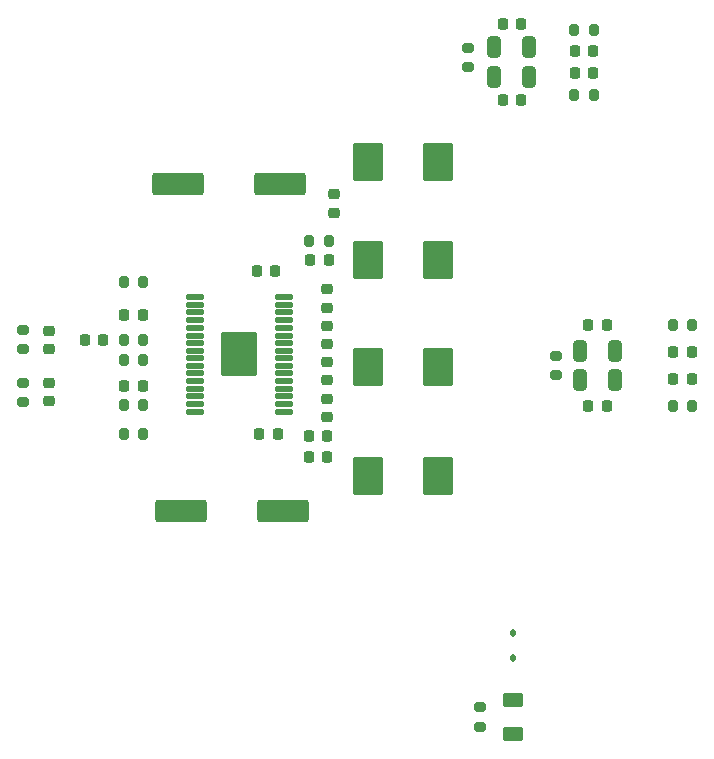
<source format=gbr>
%TF.GenerationSoftware,KiCad,Pcbnew,7.0.7*%
%TF.CreationDate,2024-04-25T11:27:23-04:00*%
%TF.ProjectId,TPA3116_breakout_v1,54504133-3131-4365-9f62-7265616b6f75,rev?*%
%TF.SameCoordinates,Original*%
%TF.FileFunction,Paste,Top*%
%TF.FilePolarity,Positive*%
%FSLAX46Y46*%
G04 Gerber Fmt 4.6, Leading zero omitted, Abs format (unit mm)*
G04 Created by KiCad (PCBNEW 7.0.7) date 2024-04-25 11:27:23*
%MOMM*%
%LPD*%
G01*
G04 APERTURE LIST*
G04 Aperture macros list*
%AMRoundRect*
0 Rectangle with rounded corners*
0 $1 Rounding radius*
0 $2 $3 $4 $5 $6 $7 $8 $9 X,Y pos of 4 corners*
0 Add a 4 corners polygon primitive as box body*
4,1,4,$2,$3,$4,$5,$6,$7,$8,$9,$2,$3,0*
0 Add four circle primitives for the rounded corners*
1,1,$1+$1,$2,$3*
1,1,$1+$1,$4,$5*
1,1,$1+$1,$6,$7*
1,1,$1+$1,$8,$9*
0 Add four rect primitives between the rounded corners*
20,1,$1+$1,$2,$3,$4,$5,0*
20,1,$1+$1,$4,$5,$6,$7,0*
20,1,$1+$1,$6,$7,$8,$9,0*
20,1,$1+$1,$8,$9,$2,$3,0*%
G04 Aperture macros list end*
%ADD10RoundRect,0.200000X0.275000X-0.200000X0.275000X0.200000X-0.275000X0.200000X-0.275000X-0.200000X0*%
%ADD11RoundRect,0.250000X0.625000X-0.375000X0.625000X0.375000X-0.625000X0.375000X-0.625000X-0.375000X0*%
%ADD12RoundRect,0.125000X-1.125000X-1.500000X1.125000X-1.500000X1.125000X1.500000X-1.125000X1.500000X0*%
%ADD13RoundRect,0.225000X-0.250000X0.225000X-0.250000X-0.225000X0.250000X-0.225000X0.250000X0.225000X0*%
%ADD14RoundRect,0.200000X0.200000X0.275000X-0.200000X0.275000X-0.200000X-0.275000X0.200000X-0.275000X0*%
%ADD15RoundRect,0.045000X-0.705000X-0.180000X0.705000X-0.180000X0.705000X0.180000X-0.705000X0.180000X0*%
%ADD16RoundRect,0.045000X0.705000X0.180000X-0.705000X0.180000X-0.705000X-0.180000X0.705000X-0.180000X0*%
%ADD17RoundRect,0.152000X-1.368000X-1.723000X1.368000X-1.723000X1.368000X1.723000X-1.368000X1.723000X0*%
%ADD18RoundRect,0.250000X1.950000X0.700000X-1.950000X0.700000X-1.950000X-0.700000X1.950000X-0.700000X0*%
%ADD19RoundRect,0.200000X-0.200000X-0.275000X0.200000X-0.275000X0.200000X0.275000X-0.200000X0.275000X0*%
%ADD20RoundRect,0.225000X-0.225000X-0.250000X0.225000X-0.250000X0.225000X0.250000X-0.225000X0.250000X0*%
%ADD21RoundRect,0.225000X0.225000X0.250000X-0.225000X0.250000X-0.225000X-0.250000X0.225000X-0.250000X0*%
%ADD22RoundRect,0.225000X0.250000X-0.225000X0.250000X0.225000X-0.250000X0.225000X-0.250000X-0.225000X0*%
%ADD23RoundRect,0.250000X-0.325000X-0.650000X0.325000X-0.650000X0.325000X0.650000X-0.325000X0.650000X0*%
%ADD24RoundRect,0.250000X0.325000X0.650000X-0.325000X0.650000X-0.325000X-0.650000X0.325000X-0.650000X0*%
%ADD25RoundRect,0.112500X-0.112500X0.187500X-0.112500X-0.187500X0.112500X-0.187500X0.112500X0.187500X0*%
%ADD26RoundRect,0.200000X-0.275000X0.200000X-0.275000X-0.200000X0.275000X-0.200000X0.275000X0.200000X0*%
G04 APERTURE END LIST*
D10*
%TO.C,R15*%
X157000000Y-112025000D03*
X157000000Y-110375000D03*
%TD*%
D11*
%TO.C,D2*%
X159800000Y-112600000D03*
X159800000Y-109800000D03*
%TD*%
D12*
%TO.C,L3*%
X147500000Y-81600000D03*
X153500000Y-81600000D03*
%TD*%
D13*
%TO.C,C14*%
X144100000Y-75000000D03*
X144100000Y-76550000D03*
%TD*%
D12*
%TO.C,L1*%
X147500000Y-64200000D03*
X153500000Y-64200000D03*
%TD*%
D14*
%TO.C,R8*%
X128525000Y-87200000D03*
X126875000Y-87200000D03*
%TD*%
%TO.C,R7*%
X128525000Y-84800000D03*
X126875000Y-84800000D03*
%TD*%
D12*
%TO.C,L4*%
X147500000Y-90800000D03*
X153500000Y-90800000D03*
%TD*%
D15*
%TO.C,U1*%
X132905000Y-75650000D03*
X132905000Y-76300000D03*
X132905000Y-76950000D03*
X132905000Y-77600000D03*
X132905000Y-78250000D03*
X132905000Y-78900000D03*
X132905000Y-79550000D03*
X132905000Y-80200000D03*
D16*
X132905000Y-80800000D03*
X132905000Y-81450000D03*
X132905000Y-82100000D03*
X132905000Y-82750000D03*
X132905000Y-83400000D03*
X132905000Y-84050000D03*
X132905000Y-84700000D03*
X132905000Y-85350000D03*
D15*
X140405000Y-85350000D03*
D16*
X140405000Y-84700000D03*
X140405000Y-84050000D03*
X140405000Y-83400000D03*
X140405000Y-82750000D03*
X140405000Y-82100000D03*
X140405000Y-81450000D03*
X140405000Y-80800000D03*
D15*
X140405000Y-80200000D03*
X140405000Y-79550000D03*
X140405000Y-78900000D03*
X140405000Y-78250000D03*
X140405000Y-77600000D03*
X140405000Y-76950000D03*
X140405000Y-76300000D03*
X140405000Y-75650000D03*
D17*
X136655000Y-80500000D03*
%TD*%
D18*
%TO.C,C1*%
X140125000Y-66100000D03*
X131425000Y-66100000D03*
%TD*%
D19*
%TO.C,R13*%
X173350000Y-78000000D03*
X175000000Y-78000000D03*
%TD*%
D20*
%TO.C,C27*%
X165050000Y-54800000D03*
X166600000Y-54800000D03*
%TD*%
D19*
%TO.C,R4*%
X126875000Y-79300000D03*
X128525000Y-79300000D03*
%TD*%
D21*
%TO.C,C5*%
X139900000Y-87200000D03*
X138350000Y-87200000D03*
%TD*%
D22*
%TO.C,C8*%
X144700000Y-68500000D03*
X144700000Y-66950000D03*
%TD*%
%TO.C,C9*%
X120500000Y-80050000D03*
X120500000Y-78500000D03*
%TD*%
D23*
%TO.C,C18*%
X158250000Y-57000000D03*
X161200000Y-57000000D03*
%TD*%
D10*
%TO.C,R10*%
X156050000Y-56200000D03*
X156050000Y-54550000D03*
%TD*%
D21*
%TO.C,C4*%
X139700000Y-73400000D03*
X138150000Y-73400000D03*
%TD*%
D13*
%TO.C,C16*%
X144100000Y-81150000D03*
X144100000Y-82700000D03*
%TD*%
D23*
%TO.C,C20*%
X165500000Y-80200000D03*
X168450000Y-80200000D03*
%TD*%
D14*
%TO.C,R12*%
X166650000Y-53000000D03*
X165000000Y-53000000D03*
%TD*%
D21*
%TO.C,C11*%
X128475000Y-77200000D03*
X126925000Y-77200000D03*
%TD*%
D10*
%TO.C,R2*%
X118300000Y-80050000D03*
X118300000Y-78400000D03*
%TD*%
D19*
%TO.C,R6*%
X126875000Y-74400000D03*
X128525000Y-74400000D03*
%TD*%
D20*
%TO.C,C7*%
X142525000Y-89200000D03*
X144075000Y-89200000D03*
%TD*%
D21*
%TO.C,C13*%
X125100000Y-79300000D03*
X123550000Y-79300000D03*
%TD*%
D20*
%TO.C,C29*%
X173400000Y-82600000D03*
X174950000Y-82600000D03*
%TD*%
D22*
%TO.C,C17*%
X144100000Y-85800000D03*
X144100000Y-84250000D03*
%TD*%
D21*
%TO.C,C23*%
X160500000Y-52500000D03*
X158950000Y-52500000D03*
%TD*%
D24*
%TO.C,C21*%
X168450000Y-82700000D03*
X165500000Y-82700000D03*
%TD*%
D20*
%TO.C,C22*%
X158950000Y-59000000D03*
X160500000Y-59000000D03*
%TD*%
D14*
%TO.C,R5*%
X128525000Y-80940000D03*
X126875000Y-80940000D03*
%TD*%
D21*
%TO.C,C28*%
X174950000Y-80300000D03*
X173400000Y-80300000D03*
%TD*%
%TO.C,C12*%
X128475000Y-83200000D03*
X126925000Y-83200000D03*
%TD*%
D13*
%TO.C,C10*%
X120500000Y-82900000D03*
X120500000Y-84450000D03*
%TD*%
D25*
%TO.C,D1*%
X159800000Y-104100000D03*
X159800000Y-106200000D03*
%TD*%
D18*
%TO.C,C2*%
X140375000Y-93800000D03*
X131675000Y-93800000D03*
%TD*%
D26*
%TO.C,R3*%
X118300000Y-82900000D03*
X118300000Y-84550000D03*
%TD*%
D19*
%TO.C,R11*%
X165000000Y-58500000D03*
X166650000Y-58500000D03*
%TD*%
D12*
%TO.C,L2*%
X147500000Y-72500000D03*
X153500000Y-72500000D03*
%TD*%
D21*
%TO.C,C25*%
X167750000Y-84900000D03*
X166200000Y-84900000D03*
%TD*%
D26*
%TO.C,R9*%
X163500000Y-80600000D03*
X163500000Y-82250000D03*
%TD*%
D21*
%TO.C,C26*%
X166600000Y-56700000D03*
X165050000Y-56700000D03*
%TD*%
D20*
%TO.C,C6*%
X142550000Y-87400000D03*
X144100000Y-87400000D03*
%TD*%
D14*
%TO.C,R14*%
X175000000Y-84900000D03*
X173350000Y-84900000D03*
%TD*%
D20*
%TO.C,C24*%
X166200000Y-78000000D03*
X167750000Y-78000000D03*
%TD*%
D19*
%TO.C,R1*%
X142550000Y-70900000D03*
X144200000Y-70900000D03*
%TD*%
D20*
%TO.C,C3*%
X142650000Y-72500000D03*
X144200000Y-72500000D03*
%TD*%
D22*
%TO.C,C15*%
X144100000Y-78100000D03*
X144100000Y-79650000D03*
%TD*%
D24*
%TO.C,C19*%
X161200000Y-54500000D03*
X158250000Y-54500000D03*
%TD*%
M02*

</source>
